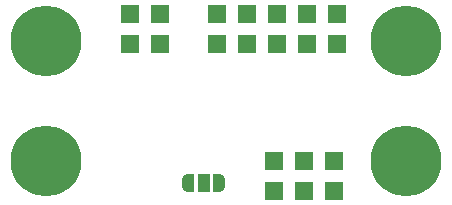
<source format=gbr>
%TF.GenerationSoftware,KiCad,Pcbnew,7.0.7-7.0.7~ubuntu23.04.1*%
%TF.CreationDate,2023-09-06T21:23:02+00:00*%
%TF.ProjectId,ALTIMET02,414c5449-4d45-4543-9032-2e6b69636164,rev?*%
%TF.SameCoordinates,Original*%
%TF.FileFunction,Soldermask,Top*%
%TF.FilePolarity,Negative*%
%FSLAX46Y46*%
G04 Gerber Fmt 4.6, Leading zero omitted, Abs format (unit mm)*
G04 Created by KiCad (PCBNEW 7.0.7-7.0.7~ubuntu23.04.1) date 2023-09-06 21:23:02*
%MOMM*%
%LPD*%
G01*
G04 APERTURE LIST*
G04 Aperture macros list*
%AMFreePoly0*
4,1,19,0.550000,-0.750000,0.000000,-0.750000,0.000000,-0.744911,-0.071157,-0.744911,-0.207708,-0.704816,-0.327430,-0.627875,-0.420627,-0.520320,-0.479746,-0.390866,-0.500000,-0.250000,-0.500000,0.250000,-0.479746,0.390866,-0.420627,0.520320,-0.327430,0.627875,-0.207708,0.704816,-0.071157,0.744911,0.000000,0.744911,0.000000,0.750000,0.550000,0.750000,0.550000,-0.750000,0.550000,-0.750000,
$1*%
%AMFreePoly1*
4,1,19,0.000000,0.744911,0.071157,0.744911,0.207708,0.704816,0.327430,0.627875,0.420627,0.520320,0.479746,0.390866,0.500000,0.250000,0.500000,-0.250000,0.479746,-0.390866,0.420627,-0.520320,0.327430,-0.627875,0.207708,-0.704816,0.071157,-0.744911,0.000000,-0.744911,0.000000,-0.750000,-0.550000,-0.750000,-0.550000,0.750000,0.000000,0.750000,0.000000,0.744911,0.000000,0.744911,
$1*%
G04 Aperture macros list end*
%ADD10R,1.524000X1.524000*%
%ADD11C,6.000000*%
%ADD12FreePoly0,180.000000*%
%ADD13R,1.000000X1.500000*%
%ADD14FreePoly1,180.000000*%
G04 APERTURE END LIST*
D10*
%TO.C,J3*%
X141478000Y-99314000D03*
X141478000Y-101854000D03*
X138938000Y-99314000D03*
X138938000Y-101854000D03*
X136398000Y-99314000D03*
X136398000Y-101854000D03*
X133858000Y-99314000D03*
X133858000Y-101854000D03*
X131318000Y-99314000D03*
X131318000Y-101854000D03*
%TD*%
%TO.C,J1*%
X126492000Y-99314000D03*
X126492000Y-101854000D03*
X123952000Y-99314000D03*
X123952000Y-101854000D03*
%TD*%
D11*
%TO.C,H1*%
X147320000Y-111760000D03*
%TD*%
%TO.C,H4*%
X116840000Y-101600000D03*
%TD*%
D10*
%TO.C,J2*%
X136144000Y-114300000D03*
X136144000Y-111760000D03*
X138684000Y-114300000D03*
X138684000Y-111760000D03*
X141224000Y-114300000D03*
X141224000Y-111760000D03*
%TD*%
D12*
%TO.C,JP3*%
X131465000Y-113626000D03*
D13*
X130165000Y-113626000D03*
D14*
X128865000Y-113626000D03*
%TD*%
D11*
%TO.C,H3*%
X147320000Y-101600000D03*
%TD*%
%TO.C,H2*%
X116840000Y-111760000D03*
%TD*%
M02*

</source>
